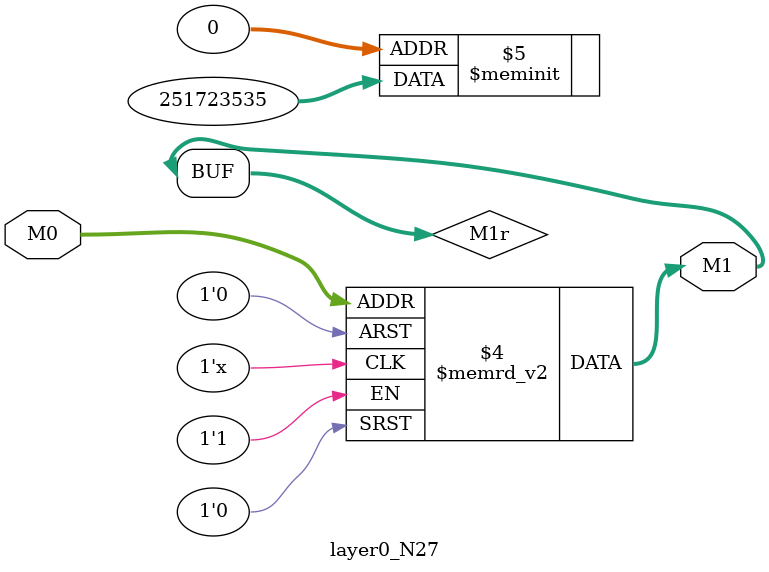
<source format=v>
module layer0_N27 ( input [3:0] M0, output [1:0] M1 );

	(*rom_style = "distributed" *) reg [1:0] M1r;
	assign M1 = M1r;
	always @ (M0) begin
		case (M0)
			4'b0000: M1r = 2'b11;
			4'b1000: M1r = 2'b00;
			4'b0100: M1r = 2'b11;
			4'b1100: M1r = 2'b11;
			4'b0010: M1r = 2'b00;
			4'b1010: M1r = 2'b00;
			4'b0110: M1r = 2'b11;
			4'b1110: M1r = 2'b00;
			4'b0001: M1r = 2'b11;
			4'b1001: M1r = 2'b00;
			4'b0101: M1r = 2'b11;
			4'b1101: M1r = 2'b11;
			4'b0011: M1r = 2'b00;
			4'b1011: M1r = 2'b00;
			4'b0111: M1r = 2'b11;
			4'b1111: M1r = 2'b00;

		endcase
	end
endmodule

</source>
